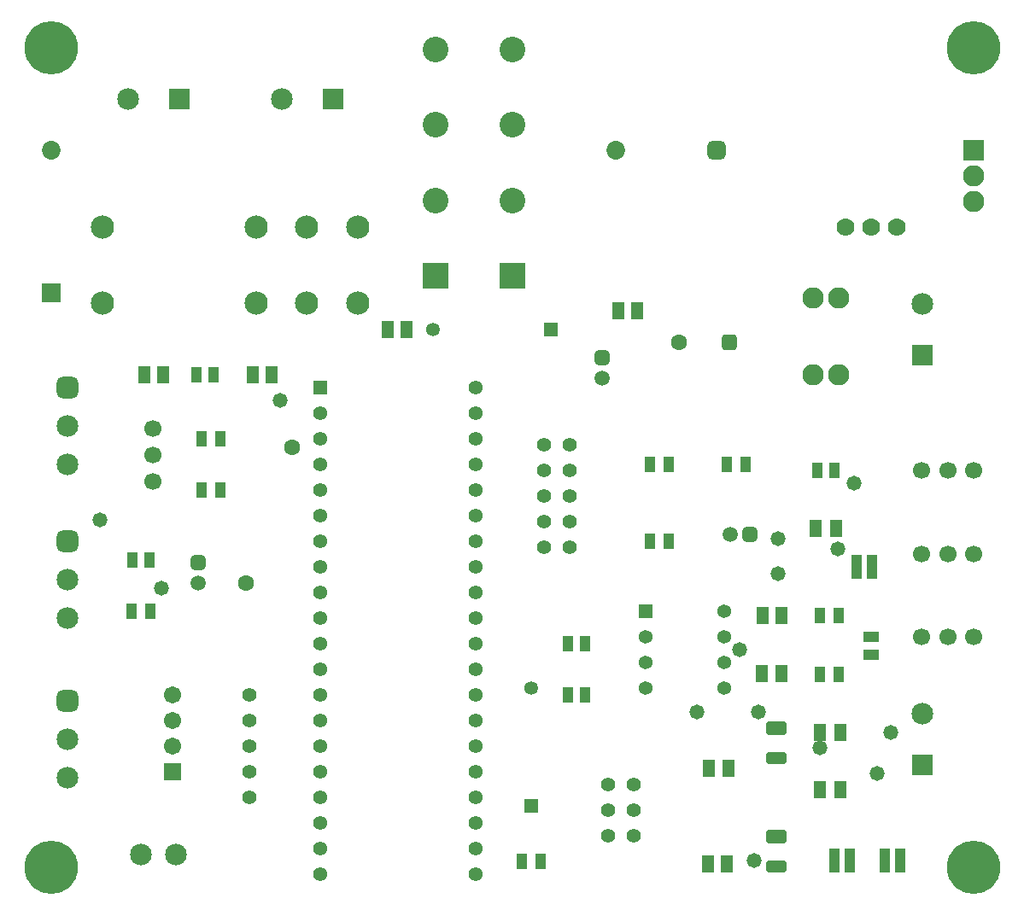
<source format=gbr>
%TF.GenerationSoftware,Altium Limited,Altium Designer,22.4.2 (48)*%
G04 Layer_Color=8388736*
%FSLAX26Y26*%
%MOIN*%
%TF.SameCoordinates,DD4E5991-19CE-4C14-B0C1-6D61C62B9851*%
%TF.FilePolarity,Negative*%
%TF.FileFunction,Soldermask,Top*%
%TF.Part,Single*%
G01*
G75*
%TA.AperFunction,ComponentPad*%
%ADD25C,0.055000*%
%TA.AperFunction,SMDPad,CuDef*%
%ADD63R,0.044417X0.092646*%
%ADD64R,0.043433X0.059181*%
%ADD65R,0.047370X0.065087*%
%ADD66R,0.045402X0.065087*%
G04:AMPARAMS|DCode=67|XSize=45.008mil|YSize=77.685mil|CornerRadius=6.59mil|HoleSize=0mil|Usage=FLASHONLY|Rotation=270.000|XOffset=0mil|YOffset=0mil|HoleType=Round|Shape=RoundedRectangle|*
%AMROUNDEDRECTD67*
21,1,0.045008,0.064504,0,0,270.0*
21,1,0.031827,0.077685,0,0,270.0*
1,1,0.013181,-0.032252,-0.015914*
1,1,0.013181,-0.032252,0.015914*
1,1,0.013181,0.032252,0.015914*
1,1,0.013181,0.032252,-0.015914*
%
%ADD67ROUNDEDRECTD67*%
G04:AMPARAMS|DCode=68|XSize=50.913mil|YSize=77.685mil|CornerRadius=7.004mil|HoleSize=0mil|Usage=FLASHONLY|Rotation=270.000|XOffset=0mil|YOffset=0mil|HoleType=Round|Shape=RoundedRectangle|*
%AMROUNDEDRECTD68*
21,1,0.050913,0.063677,0,0,270.0*
21,1,0.036906,0.077685,0,0,270.0*
1,1,0.014008,-0.031839,-0.018453*
1,1,0.014008,-0.031839,0.018453*
1,1,0.014008,0.031839,0.018453*
1,1,0.014008,0.031839,-0.018453*
%
%ADD68ROUNDEDRECTD68*%
%ADD69R,0.062724X0.040677*%
%ADD70R,0.040677X0.062724*%
%TA.AperFunction,ComponentPad*%
%ADD71C,0.063118*%
%TA.AperFunction,ViaPad*%
%ADD72C,0.208000*%
%TA.AperFunction,ComponentPad*%
G04:AMPARAMS|DCode=73|XSize=59.181mil|YSize=59.181mil|CornerRadius=16.795mil|HoleSize=0mil|Usage=FLASHONLY|Rotation=90.000|XOffset=0mil|YOffset=0mil|HoleType=Round|Shape=RoundedRectangle|*
%AMROUNDEDRECTD73*
21,1,0.059181,0.025591,0,0,90.0*
21,1,0.025591,0.059181,0,0,90.0*
1,1,0.033590,0.012795,0.012795*
1,1,0.033590,0.012795,-0.012795*
1,1,0.033590,-0.012795,-0.012795*
1,1,0.033590,-0.012795,0.012795*
%
%ADD73ROUNDEDRECTD73*%
%ADD74C,0.059181*%
%ADD75C,0.090677*%
%ADD76C,0.070008*%
%ADD77R,0.084772X0.084772*%
%ADD78C,0.084772*%
%ADD79C,0.053276*%
%ADD80R,0.053276X0.053276*%
%ADD81C,0.072961*%
%ADD82R,0.072961X0.072961*%
G04:AMPARAMS|DCode=83|XSize=63.118mil|YSize=63.118mil|CornerRadius=17.779mil|HoleSize=0mil|Usage=FLASHONLY|Rotation=0.000|XOffset=0mil|YOffset=0mil|HoleType=Round|Shape=RoundedRectangle|*
%AMROUNDEDRECTD83*
21,1,0.063118,0.027559,0,0,0.0*
21,1,0.027559,0.063118,0,0,0.0*
1,1,0.035559,0.013780,-0.013780*
1,1,0.035559,-0.013780,-0.013780*
1,1,0.035559,-0.013780,0.013780*
1,1,0.035559,0.013780,0.013780*
%
%ADD83ROUNDEDRECTD83*%
G04:AMPARAMS|DCode=84|XSize=72.961mil|YSize=72.961mil|CornerRadius=20.24mil|HoleSize=0mil|Usage=FLASHONLY|Rotation=0.000|XOffset=0mil|YOffset=0mil|HoleType=Round|Shape=RoundedRectangle|*
%AMROUNDEDRECTD84*
21,1,0.072961,0.032480,0,0,0.0*
21,1,0.032480,0.072961,0,0,0.0*
1,1,0.040480,0.016240,-0.016240*
1,1,0.040480,-0.016240,-0.016240*
1,1,0.040480,-0.016240,0.016240*
1,1,0.040480,0.016240,0.016240*
%
%ADD84ROUNDEDRECTD84*%
%ADD85C,0.100126*%
%ADD86R,0.100126X0.100126*%
%ADD87R,0.084772X0.084772*%
%ADD88R,0.053630X0.053630*%
%ADD89C,0.053630*%
G04:AMPARAMS|DCode=90|XSize=59.181mil|YSize=59.181mil|CornerRadius=16.795mil|HoleSize=0mil|Usage=FLASHONLY|Rotation=0.000|XOffset=0mil|YOffset=0mil|HoleType=Round|Shape=RoundedRectangle|*
%AMROUNDEDRECTD90*
21,1,0.059181,0.025591,0,0,0.0*
21,1,0.025591,0.059181,0,0,0.0*
1,1,0.033590,0.012795,-0.012795*
1,1,0.033590,-0.012795,-0.012795*
1,1,0.033590,-0.012795,0.012795*
1,1,0.033590,0.012795,0.012795*
%
%ADD90ROUNDEDRECTD90*%
%ADD91C,0.066779*%
%ADD92R,0.083591X0.083591*%
%ADD93C,0.083591*%
%ADD94C,0.083000*%
%ADD95C,0.054614*%
%ADD96R,0.054614X0.054614*%
G04:AMPARAMS|DCode=97|XSize=84.772mil|YSize=84.772mil|CornerRadius=23.193mil|HoleSize=0mil|Usage=FLASHONLY|Rotation=270.000|XOffset=0mil|YOffset=0mil|HoleType=Round|Shape=RoundedRectangle|*
%AMROUNDEDRECTD97*
21,1,0.084772,0.038386,0,0,270.0*
21,1,0.038386,0.084772,0,0,270.0*
1,1,0.046386,-0.019193,-0.019193*
1,1,0.046386,-0.019193,0.019193*
1,1,0.046386,0.019193,0.019193*
1,1,0.046386,0.019193,-0.019193*
%
%ADD97ROUNDEDRECTD97*%
%ADD98R,0.053276X0.053276*%
%ADD99C,0.067055*%
%ADD100R,0.067055X0.067055*%
%TA.AperFunction,ViaPad*%
%ADD101C,0.058000*%
D25*
X2125000Y1850000D02*
D03*
Y1950000D02*
D03*
Y2050000D02*
D03*
Y2150000D02*
D03*
Y2250000D02*
D03*
X2225000D02*
D03*
Y2150000D02*
D03*
Y2050000D02*
D03*
Y1950000D02*
D03*
Y1850000D02*
D03*
X975000Y875000D02*
D03*
Y975000D02*
D03*
Y1075000D02*
D03*
Y1175000D02*
D03*
Y1275000D02*
D03*
X2475000Y725000D02*
D03*
Y825000D02*
D03*
Y925000D02*
D03*
X2375000D02*
D03*
Y825000D02*
D03*
Y725000D02*
D03*
D63*
X3319000Y627000D02*
D03*
X3259000D02*
D03*
X3515000D02*
D03*
X3455000D02*
D03*
X3345000Y1775000D02*
D03*
X3405000D02*
D03*
D64*
X3275496Y1355000D02*
D03*
X3200692D02*
D03*
X3275496Y1583000D02*
D03*
X3200692D02*
D03*
X862402Y2075000D02*
D03*
X787598D02*
D03*
X2537598Y1875000D02*
D03*
X2612402D02*
D03*
X2537598Y2175000D02*
D03*
X2612402D02*
D03*
X2837598D02*
D03*
X2912402D02*
D03*
X787598Y2275000D02*
D03*
X862402D02*
D03*
X512598Y1600000D02*
D03*
X587402D02*
D03*
X2112402Y625000D02*
D03*
X2037598D02*
D03*
D65*
X1587402Y2700000D02*
D03*
X1512598D02*
D03*
X2412598Y2775000D02*
D03*
X2487402D02*
D03*
X2976582Y1583000D02*
D03*
X3051386D02*
D03*
X2843402Y987000D02*
D03*
X2768598D02*
D03*
X2762598Y613220D02*
D03*
X2837402D02*
D03*
X987598Y2525000D02*
D03*
X1062402D02*
D03*
X562598D02*
D03*
X637402D02*
D03*
D66*
X3264370Y1925000D02*
D03*
X3185630D02*
D03*
X2973630Y1357000D02*
D03*
X3052370D02*
D03*
X3200630Y1126000D02*
D03*
X3279370D02*
D03*
X3200630Y903000D02*
D03*
X3279370D02*
D03*
D67*
X3030640Y603182D02*
D03*
Y1026370D02*
D03*
D68*
Y721490D02*
D03*
Y1144678D02*
D03*
D69*
X3400000Y1432284D02*
D03*
Y1500000D02*
D03*
D70*
X3258858Y2150000D02*
D03*
X3191142D02*
D03*
X583858Y1800000D02*
D03*
X516142D02*
D03*
X2216142Y1475000D02*
D03*
X2283858D02*
D03*
Y1275000D02*
D03*
X2216142D02*
D03*
X833858Y2525000D02*
D03*
X766142D02*
D03*
D71*
X959448Y1709252D02*
D03*
X1140552Y2240748D02*
D03*
X2651574Y2650000D02*
D03*
D72*
X200000Y3800000D02*
D03*
X3800000D02*
D03*
Y600000D02*
D03*
X200000D02*
D03*
D73*
X775000Y1789370D02*
D03*
X2350000Y2589370D02*
D03*
D74*
X775000Y1710630D02*
D03*
X2350000Y2510630D02*
D03*
X2850000Y1900000D02*
D03*
D75*
X399212Y3100000D02*
D03*
X1000000D02*
D03*
X1198426D02*
D03*
X1396850D02*
D03*
Y2804724D02*
D03*
X1198426D02*
D03*
X1000000D02*
D03*
X399212D02*
D03*
D76*
X3500000Y3100000D02*
D03*
X3400000D02*
D03*
X3300000D02*
D03*
D77*
X700000Y3600000D02*
D03*
X1300000D02*
D03*
D78*
X500000D02*
D03*
X1100000D02*
D03*
X3600000Y1200000D02*
D03*
Y2800000D02*
D03*
X263188Y1575000D02*
D03*
Y1725000D02*
D03*
X687796Y650000D02*
D03*
X550000D02*
D03*
X263188Y2175000D02*
D03*
Y2325000D02*
D03*
Y950000D02*
D03*
Y1100000D02*
D03*
D79*
X1689370Y2700000D02*
D03*
X2075000Y1300000D02*
D03*
D80*
X2150000Y2700000D02*
D03*
D81*
X200000Y3400000D02*
D03*
X2403150D02*
D03*
D82*
X200000Y2844882D02*
D03*
D83*
X2848426Y2650000D02*
D03*
D84*
X2796850Y3400000D02*
D03*
D85*
X1700000Y3795276D02*
D03*
Y3500000D02*
D03*
Y3204724D02*
D03*
X2000000Y3795276D02*
D03*
Y3500000D02*
D03*
Y3204724D02*
D03*
D86*
X1700000Y2909448D02*
D03*
X2000000D02*
D03*
D87*
X3600000Y1000000D02*
D03*
Y2600000D02*
D03*
D88*
X2521260Y1600000D02*
D03*
D89*
Y1500000D02*
D03*
Y1400000D02*
D03*
Y1300000D02*
D03*
X2828740D02*
D03*
Y1400000D02*
D03*
Y1500000D02*
D03*
Y1600000D02*
D03*
D90*
X2928740Y1900000D02*
D03*
D91*
X3597638Y1500000D02*
D03*
X3700000D02*
D03*
X3802362D02*
D03*
Y1825000D02*
D03*
X3700000D02*
D03*
X3597638D02*
D03*
Y2150000D02*
D03*
X3700000D02*
D03*
X3802362D02*
D03*
X598032Y2108070D02*
D03*
Y2210434D02*
D03*
Y2312796D02*
D03*
D92*
X3800000Y3400000D02*
D03*
D93*
Y3300000D02*
D03*
Y3200000D02*
D03*
D94*
X3175000Y2825000D02*
D03*
X3275000D02*
D03*
Y2525000D02*
D03*
X3175000D02*
D03*
D95*
X1857480Y2475000D02*
D03*
Y2375000D02*
D03*
Y2275000D02*
D03*
Y2175000D02*
D03*
Y2075000D02*
D03*
Y1975000D02*
D03*
Y1875000D02*
D03*
Y1775000D02*
D03*
Y1675000D02*
D03*
Y1575000D02*
D03*
Y1475000D02*
D03*
Y1375000D02*
D03*
Y1275000D02*
D03*
Y1175000D02*
D03*
Y1075000D02*
D03*
Y975000D02*
D03*
Y875000D02*
D03*
Y775000D02*
D03*
Y675000D02*
D03*
Y575000D02*
D03*
X1250000D02*
D03*
Y675000D02*
D03*
Y775000D02*
D03*
Y875000D02*
D03*
Y975000D02*
D03*
Y1075000D02*
D03*
Y1175000D02*
D03*
Y1275000D02*
D03*
Y1375000D02*
D03*
Y1475000D02*
D03*
Y1575000D02*
D03*
Y1675000D02*
D03*
Y1775000D02*
D03*
Y1875000D02*
D03*
Y1975000D02*
D03*
Y2075000D02*
D03*
Y2175000D02*
D03*
Y2275000D02*
D03*
Y2375000D02*
D03*
D96*
Y2475000D02*
D03*
D97*
X263188Y1875000D02*
D03*
Y2475000D02*
D03*
Y1250000D02*
D03*
D98*
X2075000Y839370D02*
D03*
D99*
X675000Y1275000D02*
D03*
Y1175000D02*
D03*
Y1075000D02*
D03*
D100*
Y975000D02*
D03*
D101*
X2961000Y1206000D02*
D03*
X3271000Y1844000D02*
D03*
X2944000Y627000D02*
D03*
X3478000Y1129000D02*
D03*
X390000Y1956000D02*
D03*
X3036000Y1749000D02*
D03*
Y1884000D02*
D03*
X3424000Y967000D02*
D03*
X2887000Y1450000D02*
D03*
X1093000Y2425000D02*
D03*
X3200630Y1067000D02*
D03*
X631000Y1691000D02*
D03*
X2721000Y1207000D02*
D03*
X3335000Y2100000D02*
D03*
%TF.MD5,554e7128cbb3f621b24e57ec7d66e248*%
M02*

</source>
